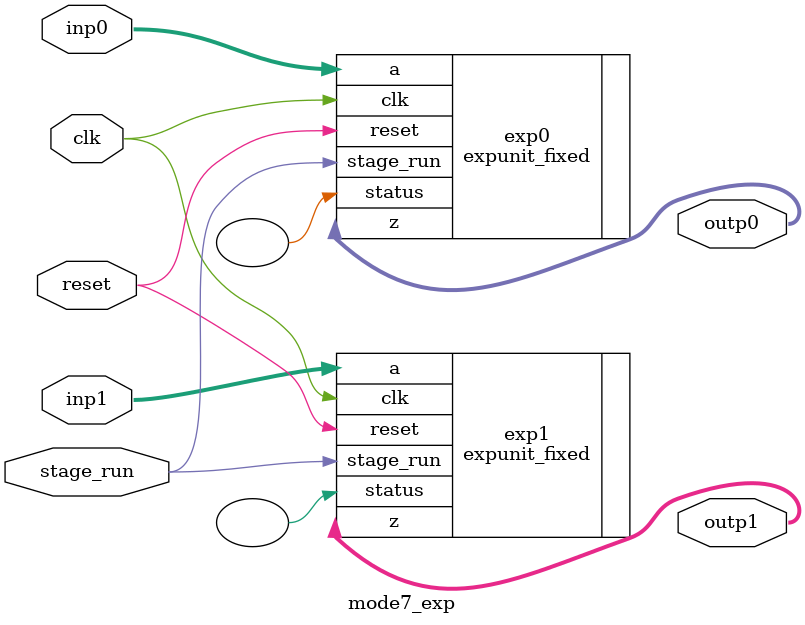
<source format=v>

`ifndef DEFINES_DONE
`define DEFINES_DONE
`define DATAWIDTH 32
`define NUM 2
`define ADDRSIZE 9
`define ADDRSIZE_FOR_TB 10
`endif



`timescale 1ns / 1ps

//fixed adder adds unsigned fixed numbers. Overflow flag is high in case of overflow
module softmax(
  inp,      //data in from memory to max block
  sub0_inp, //data inputs from memory to first-stage subtractors
  sub1_inp, //data inputs from memory to second-stage subtractors

  start_addr,   //the first address that contains input data in the on-chip memory
  end_addr,     //max address containing required data

  addr,          //address corresponding to data inp
  sub0_inp_addr, //address corresponding to sub0_inp
  sub1_inp_addr, //address corresponding to sub1_inp

  outp0,
  outp1,

  clk,
  reset,
  init,   //the signal indicating to latch the new start address
  done,   //done signal asserts when the softmax calculation is over
  start); //start signal for the overall softmax operation

  input clk;
  input reset;
  input start;
  input init;

  input  [`DATAWIDTH*`NUM-1:0] inp;
  input  [`DATAWIDTH*`NUM-1:0] sub0_inp;
  input  [`DATAWIDTH*`NUM-1:0] sub1_inp;
  input  [`ADDRSIZE-1:0]       end_addr;
  input  [`ADDRSIZE-1:0]       start_addr;

  output [`ADDRSIZE-1 :0] addr;
  output  [`ADDRSIZE-1:0] sub0_inp_addr;
  output  [`ADDRSIZE-1:0] sub1_inp_addr;

  output [`DATAWIDTH-1:0] outp0;
  output [`DATAWIDTH-1:0] outp1;
  output done;

  reg [`DATAWIDTH*`NUM-1:0] inp_reg;
  reg [`ADDRSIZE-1:0] addr;
  reg [`DATAWIDTH*`NUM-1:0] sub0_inp_reg;
  reg [`DATAWIDTH*`NUM-1:0] sub1_inp_reg;
  reg [`ADDRSIZE-1:0] sub0_inp_addr;
  reg [`ADDRSIZE-1:0] sub1_inp_addr;


  ////-----------control signals--------------////
  reg mode1_start;
  reg mode1_run;
  reg mode2_start;
  reg mode2_run;

  reg mode3_stage_run;
  reg mode7_stage_run;

  reg mode3_run;

  wire mode1_stage0_run;
  assign mode1_stage0_run = mode1_run;

  reg mode4_stage1_run_a;
  reg mode3_run_a;
  reg mode4_stage0_run;
  reg mode4_stage1_run;

  reg mode5_run;
  reg mode6_run;
  reg mode7_run;
  reg presub_start;
  reg presub_run;
  reg done;

  always @(posedge clk)begin
    mode4_stage1_run_a <= mode4_stage1_run;
    mode3_run_a <= mode3_run;
  end

  always @(posedge clk)
  begin
    if(reset) begin
      inp_reg <= 0;
      addr <= 0;
      sub0_inp_addr <= 0;
      sub1_inp_addr <= 0;
      sub0_inp_reg <= 0;
      sub1_inp_reg <= 0;
      mode1_start <= 0;
      mode1_run <= 0;

      mode3_stage_run <= 0;
      mode7_stage_run <= 0;
      mode2_start <= 0;
      mode2_run <= 0;
      mode3_run <= 0;
      mode4_stage0_run <= 0;
      mode4_stage1_run <= 0;
      mode5_run <= 0;
      mode6_run <= 0;
      mode7_run <= 0;
      presub_start <= 0;
      presub_run <= 0;
      done <= 0;
    end

    //init latch the input address
    if(init) begin
      addr <= start_addr;
    end

    //start the mode1 max calculation
    if(start)begin
      mode1_start <= 1;
    end

    //logic when to finish mode1 and trigger mode2 to latch the mode2 address
    if(~reset && mode1_start && addr < end_addr) begin
      addr <= addr + 1;
      inp_reg <= inp;
      mode1_run <= 1;
      if(addr == end_addr - 1) begin
        mode2_start <= 1;
        sub0_inp_addr <= start_addr;
      end
    end else if(addr == end_addr)begin
      addr <= 0;
      mode1_run <= 0;
      mode1_start <= 0;
    end else begin
      mode1_run <= 0;
    end


    //logic when to finish mode2
    if(~reset && mode2_start && sub0_inp_addr < end_addr)begin
      sub0_inp_addr <= sub0_inp_addr + 1;
      sub0_inp_reg <= sub0_inp;
      mode2_run <= 1;
    end else if(sub0_inp_addr == end_addr)begin
      sub0_inp_addr <= 0;
      sub0_inp_reg <= 0;
      mode2_run <= 0;
      mode2_start <= 0;
    end

    //logic when to trigger mode3
    if(mode2_run == 1) begin
      mode3_stage_run <= 1;
    end else begin
      mode3_stage_run <= 0;
    end

    if(mode3_stage_run == 1) begin
      mode3_run <= 1;
    end else begin
      mode3_run <= 0;
    end

    //logic when to trigger mode4 last stage adderTree, since the final results of adderTree
    //is always ready 1 cycle after mode3 finishes, so there is no need on extra
    //logic to control the adderTree outputs
    if (mode3_run == 1) begin
      mode4_stage1_run <= 1;
    end else begin
      mode4_stage1_run <= 0;
    end
    if (mode4_stage1_run == 1) begin
      mode4_stage0_run <= 1;
    end else begin
      mode4_stage0_run <= 0;
    end


    //mode5 should be triggered right at the falling edge of mode4_stage1_run
    if(mode4_stage1_run_a & ~mode4_stage1_run) begin
      mode5_run <= 1;
    end else if(mode4_stage1_run == 0) begin
      mode5_run <= 0;
    end

    if (mode3_run_a & ~mode3_run) begin
      presub_start <= 1;
      sub1_inp_addr <= start_addr;
      sub1_inp_reg <= sub1_inp;
    end

    if(~reset && presub_start && sub1_inp_addr < end_addr)begin
      sub1_inp_addr <= sub1_inp_addr + 1;
      sub1_inp_reg <= sub1_inp;
      presub_run <= 1;
    end else if(sub1_inp_addr == end_addr) begin
      presub_run <= 0;
      presub_start <= 0;
      sub1_inp_addr <= 0;
      sub1_inp_reg <= 0;
    end

    if(presub_run) begin
      mode6_run <= 1;
    end else begin
      mode6_run <= 0;
    end

    if(mode6_run == 1) begin
      mode7_stage_run <= 1;
    end else begin
      mode7_stage_run <= 0;
    end

    if(mode7_stage_run == 1) begin
      mode7_run <= 1;
    end else begin
      mode7_run <= 0;
    end

    if(mode7_run) begin
      done <= 1;
    end else begin
      done <= 0;
    end

  end

  ////------mode1 max block---------///////
  wire [`DATAWIDTH-1:0] max_outp;

  mode1_max_tree mode1_max(
      .inp0(inp_reg[`DATAWIDTH*1-1:`DATAWIDTH*0]),
      .inp1(inp_reg[`DATAWIDTH*2-1:`DATAWIDTH*1]),
      .mode1_stage0_run(mode1_stage0_run),
      .clk(clk),
      .reset(reset),
      .outp(max_outp));

  ////------mode2 subtraction---------///////
  wire [`DATAWIDTH-1:0] mode2_outp_sub0;
  wire [`DATAWIDTH-1:0] mode2_outp_sub1;
  mode2_sub mode2_sub(
      .a_inp0(sub0_inp_reg[`DATAWIDTH*1-1:`DATAWIDTH*0]),
      .a_inp1(sub0_inp_reg[`DATAWIDTH*2-1:`DATAWIDTH*1]),
      .outp0(mode2_outp_sub0),
      .outp1(mode2_outp_sub1),
      .b_inp(max_outp));

  reg [`DATAWIDTH-1:0] mode2_outp_sub0_reg;
  reg [`DATAWIDTH-1:0] mode2_outp_sub1_reg;
  always @(posedge clk) begin
    if (reset) begin
      mode2_outp_sub0_reg <= 0;
      mode2_outp_sub1_reg <= 0;
    end else if (mode2_run) begin
      mode2_outp_sub0_reg <= mode2_outp_sub0;
      mode2_outp_sub1_reg <= mode2_outp_sub1;
    end
  end

  ////------mode3 exponential---------///////
  wire [`DATAWIDTH-1:0] mode3_outp_exp0;
  wire [`DATAWIDTH-1:0] mode3_outp_exp1;
  mode3_exp mode3_exp(
      .inp0(mode2_outp_sub0_reg),
      .inp1(mode2_outp_sub1_reg),

      .clk(clk),
      .reset(reset),
      .stage_run(mode3_stage_run),

      .outp0(mode3_outp_exp0),
      .outp1(mode3_outp_exp1)
  );

  reg [`DATAWIDTH-1:0] mode3_outp_exp0_reg;
  reg [`DATAWIDTH-1:0] mode3_outp_exp1_reg;
  always @(posedge clk) begin
    if (reset) begin
      mode3_outp_exp0_reg <= 0;
      mode3_outp_exp1_reg <= 0;
    end else if (mode3_run) begin
      mode3_outp_exp0_reg <= mode3_outp_exp0;
      mode3_outp_exp1_reg <= mode3_outp_exp1;
    end
  end

  //////------mode4 pipelined adder tree---------///////
  wire [`DATAWIDTH-1:0] mode4_adder_tree_outp;
  mode4_adder_tree mode4_adder_tree(
    .inp0(mode3_outp_exp0_reg),
    .inp1(mode3_outp_exp1_reg),
    .mode4_stage1_run(mode4_stage1_run),
    .mode4_stage0_run(mode4_stage0_run),

    .clk(clk),
    .reset(reset),
    .outp(mode4_adder_tree_outp)
  );


  //////------mode5 log---------///////
  wire [`DATAWIDTH-1:0] mode5_outp_log;
  reg  [`DATAWIDTH-1:0] mode5_outp_log_reg;
  mode5_ln mode5_ln(.inp(mode4_adder_tree_outp), .outp(mode5_outp_log));

  always @(posedge clk) begin
    if(reset) begin
      mode5_outp_log_reg <= 0;
    end else if(mode5_run) begin
      mode5_outp_log_reg <= mode5_outp_log;
    end
  end

  //////------mode6 pre-sub---------///////
  wire [`DATAWIDTH-1:0] mode6_outp_presub0;
  wire [`DATAWIDTH-1:0] mode6_outp_presub1;
  reg [`DATAWIDTH-1:0] mode6_outp_presub0_reg;
  reg [`DATAWIDTH-1:0] mode6_outp_presub1_reg;

  mode6_sub pre_sub(
      .a_inp0(sub1_inp_reg[`DATAWIDTH*1-1:`DATAWIDTH*0]),
      .a_inp1(sub1_inp_reg[`DATAWIDTH*2-1:`DATAWIDTH*1]),
      .b_inp(max_outp),
      .outp0(mode6_outp_presub0),
      .outp1(mode6_outp_presub1)
  );
  always @(posedge clk) begin
    if (reset) begin
      mode6_outp_presub0_reg <= 0;
      mode6_outp_presub1_reg <= 0;
    end else if (presub_run) begin
      mode6_outp_presub0_reg <= mode6_outp_presub0;
      mode6_outp_presub1_reg <= mode6_outp_presub1;
    end
  end

  //////------mode6 logsub ---------///////
  wire [`DATAWIDTH-1:0] mode6_outp_logsub0;
  wire [`DATAWIDTH-1:0] mode6_outp_logsub1;
  reg [`DATAWIDTH-1:0] mode6_outp_logsub0_reg;
  reg [`DATAWIDTH-1:0] mode6_outp_logsub1_reg;

  mode6_sub log_sub(
      .a_inp0(mode6_outp_presub0_reg),
      .a_inp1(mode6_outp_presub1_reg),
      .b_inp(mode5_outp_log_reg),
      .outp0(mode6_outp_logsub0),
      .outp1(mode6_outp_logsub1)
  );
  always @(posedge clk) begin
    if (reset) begin
      mode6_outp_logsub0_reg <= 0;
      mode6_outp_logsub1_reg <= 0;
    end else if (mode6_run) begin
      mode6_outp_logsub0_reg <= mode6_outp_logsub0;
      mode6_outp_logsub1_reg <= mode6_outp_logsub1;
    end
  end

  //////------mode7 exp---------///////
  wire [`DATAWIDTH-1:0] outp0_temp;
  wire [`DATAWIDTH-1:0] outp1_temp;
  reg [`DATAWIDTH-1:0] outp0;
  reg [`DATAWIDTH-1:0] outp1;

  mode7_exp mode7_exp(
      .inp0(mode6_outp_logsub0_reg),
      .inp1(mode6_outp_logsub1_reg),

      .clk(clk),
      .reset(reset),
      .stage_run(mode7_stage_run),

      .outp0(outp0_temp),
      .outp1(outp1_temp)
  );
  always @(posedge clk) begin
    if (reset) begin
      outp0 <= 0;
      outp1 <= 0;
    end else if (mode7_run) begin
      outp0 <= outp0_temp;
      outp1 <= outp1_temp;
    end
  end

endmodule


module mode1_max_tree(
  inp0, 
  inp1, 

  outp,

  mode1_stage0_run,
  clk,
  reset
);
  input clk;
  input reset;
  input mode1_stage0_run;

  input  [`DATAWIDTH-1 : 0] inp0; 
  input  [`DATAWIDTH-1 : 0] inp1; 

  output [`DATAWIDTH-1 : 0] outp;
  reg    [`DATAWIDTH-1 : 0] outp;

  wire   [`DATAWIDTH-1 : 0] cmp0_out_stage1;
  wire   [`DATAWIDTH-1 : 0] cmp0_out_stage0;

  always @(posedge clk) begin
    if (reset) begin
      outp <= 0;
    end

    if(~reset && mode1_stage0_run) begin
      outp <= cmp0_out_stage0;
    end

  end

wire cmp0_out_stage1_ge_gt;
assign cmp0_out_stage1 = (cmp0_out_stage1_ge_gt==1'b1) ? inp0 : inp1;
DW01_cmp2 #(`DATAWIDTH) cmp0_stage1(.A(inp0),       .B(inp1),   .LEQ(1'b0),   .TC(1'b1), .LT_LE(), .GE_GT(cmp0_out_stage1_ge_gt));

wire cmp0_out_stage0_ge_gt;
assign cmp0_out_stage0 = (cmp0_out_stage0_ge_gt==1'b1) ? outp : cmp0_out_stage1;
DW01_cmp2 #(`DATAWIDTH) cmp0_stage0(.A(outp),       .B(cmp0_out_stage1),   .LEQ(1'b0),   .TC(1'b1), .LT_LE(), .GE_GT(cmp0_out_stage0_ge_gt));

endmodule


module mode2_sub(
  a_inp0,
  a_inp1,
  b_inp,
  outp0,
  outp1
);

  input  [`DATAWIDTH-1 : 0] a_inp0;
  input  [`DATAWIDTH-1 : 0] a_inp1;
  input  [`DATAWIDTH-1 : 0] b_inp;
  output  [`DATAWIDTH-1 : 0] outp0;
  output  [`DATAWIDTH-1 : 0] outp1;
  DW01_sub #(`DATAWIDTH) sub0(.A(a_inp0), .B(b_inp), .CI(1'b0), .DIFF(outp0), .CO());
  DW01_sub #(`DATAWIDTH) sub1(.A(a_inp1), .B(b_inp), .CI(1'b0), .DIFF(outp1), .CO());
endmodule


module mode3_exp(
  inp0, 
  inp1, 

  clk,
  reset,
  stage_run,

  outp0, 
  outp1
);

  input  [`DATAWIDTH-1 : 0] inp0;
  input  [`DATAWIDTH-1 : 0] inp1;

  input  clk;
  input  reset;
  input  stage_run;

  output  [`DATAWIDTH-1 : 0] outp0;
  output  [`DATAWIDTH-1 : 0] outp1;
  expunit_fixed exp0(.a(inp0), .z(outp0), .status(), .stage_run(stage_run), .clk(clk), .reset(reset));
  expunit_fixed exp1(.a(inp1), .z(outp1), .status(), .stage_run(stage_run), .clk(clk), .reset(reset));
endmodule


module mode4_adder_tree(
  inp0, 
  inp1, 
  mode4_stage0_run,
  mode4_stage1_run,

  clk,
  reset,
  outp
);

  input clk;
  input reset;
  input  [`DATAWIDTH-1 : 0] inp0; 
  input  [`DATAWIDTH-1 : 0] inp1; 
  output [`DATAWIDTH-1 : 0] outp;
  input mode4_stage0_run;
  input mode4_stage1_run;

  wire   [`DATAWIDTH-1 : 0] add0_out_stage1;
  reg    [`DATAWIDTH-1 : 0] add0_out_stage1_reg;

  wire   [`DATAWIDTH-1 : 0] add0_out_stage0;
  reg    [`DATAWIDTH-1 : 0] outp;

  always @(posedge clk) begin
    if (reset) begin
      outp <= 0;
      add0_out_stage1_reg <= 0;
    end

    if(~reset && mode4_stage1_run) begin
      add0_out_stage1_reg <= add0_out_stage1;
    end

    if(~reset && mode4_stage0_run) begin
      outp <= add0_out_stage0;
    end

  end
  DW01_add #(`DATAWIDTH) add0_stage1(.A(inp0),       .B(inp1),    .CI(1'b0),  .SUM(add0_out_stage1), .CO());

  DW01_add #(`DATAWIDTH) add0_stage0(.A(outp),       .B(add0_out_stage1_reg),     .CI(1'b0),  .SUM(add0_out_stage0), .CO());

endmodule


module mode5_ln(
inp,
outp
);
  input  [`DATAWIDTH-1 : 0] inp;
  output [`DATAWIDTH-1 : 0] outp;
  logunit_fixed ln(.a(inp), .z(outp), .status());
endmodule


module mode6_sub(
  a_inp0,
  a_inp1,
  b_inp,
  outp0,
  outp1
);

  input  [`DATAWIDTH-1 : 0] a_inp0;
  input  [`DATAWIDTH-1 : 0] a_inp1;
  input  [`DATAWIDTH-1 : 0] b_inp;
  output  [`DATAWIDTH-1 : 0] outp0;
  output  [`DATAWIDTH-1 : 0] outp1;
  DW01_sub #(`DATAWIDTH) sub0(.A(a_inp0), .B(b_inp), .CI(1'b0), .DIFF(outp0), .CO());
  DW01_sub #(`DATAWIDTH) sub1(.A(a_inp1), .B(b_inp), .CI(1'b0), .DIFF(outp1), .CO());
endmodule


module mode7_exp(
  inp0, 
  inp1, 

  clk,
  reset,
  stage_run,

  outp0, 
  outp1
);

  input  [`DATAWIDTH-1 : 0] inp0;
  input  [`DATAWIDTH-1 : 0] inp1;

  input  clk;
  input  reset;
  input  stage_run;

  output  [`DATAWIDTH-1 : 0] outp0;
  output  [`DATAWIDTH-1 : 0] outp1;
  expunit_fixed exp0(.a(inp0), .z(outp0), .status(), .stage_run(stage_run), .clk(clk), .reset(reset));
  expunit_fixed exp1(.a(inp1), .z(outp1), .status(), .stage_run(stage_run), .clk(clk), .reset(reset));
endmodule


</source>
